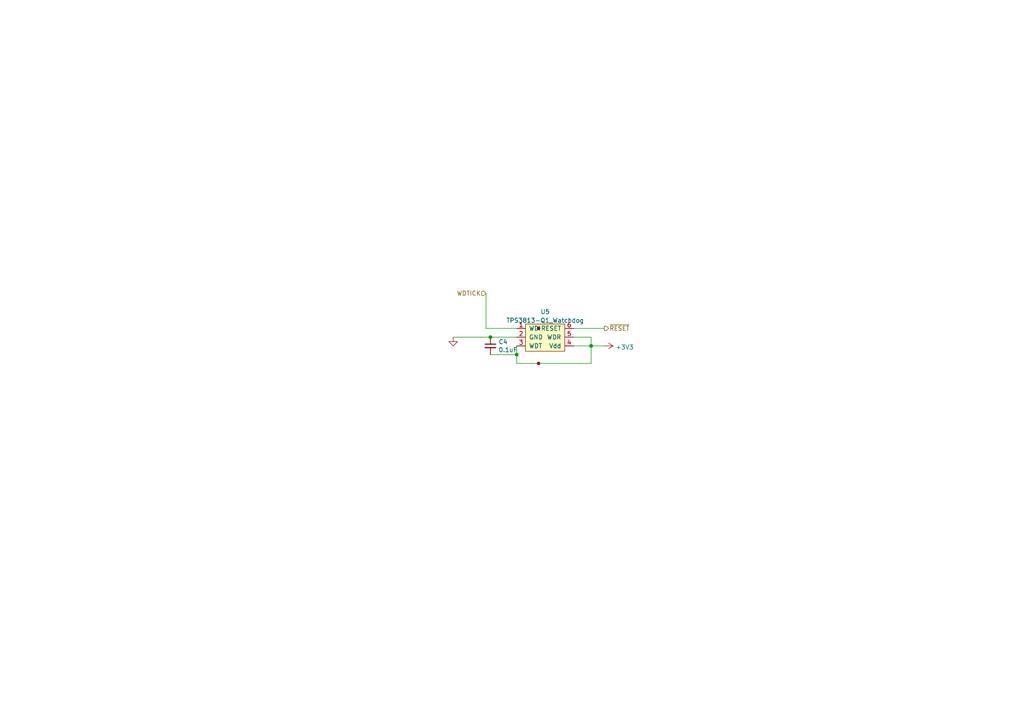
<source format=kicad_sch>
(kicad_sch (version 20211123) (generator eeschema)
  (paper "A4")
  (title_block (title "Avionics Board") (rev "A") (company "SilverSat Limited"))
  (lib_symbols
    (symbol "Device:C_Small" (pin_numbers hide) (pin_names (offset 0.254) hide)
      (property "Reference" "C" (at 0.254 1.778 0))
      (property "Value" "C_Small" (at 0.254 -2.032 0))
      (symbol "C_Small_0_1"
        (polyline (pts (xy -1.524 -0.508) (xy 1.524 -0.508)) (stroke (width 0.3302)))
        (polyline (pts (xy -1.524 0.508) (xy 1.524 0.508)) (stroke (width 0.3048)))
      )
      (symbol "C_Small_1_1"
        (pin passive line (at 0 2.54 270) (length 2.032) (name "~") (number "1"))
        (pin passive line (at 0 -2.54 90) (length 2.032) (name "~") (number "2"))
      )
    )
    (symbol "SilverSat_symbols:TPS3813-Q1_Watchdog" (pin_names (offset 1.016))
      (property "Reference" "U" (at 0 7.62 0))
      (property "Value" "TPS3813-Q1_Watchdog" (at 0 10.16 0))
      (symbol "TPS3813-Q1_Watchdog_0_1"
        (rectangle (start -3.81 -5.08) (end -3.81 -5.08) (stroke (width 0.9906)))
        (circle (center -3.81 5.08) (radius 0.0001) (stroke (width 0.508)))
        (rectangle (start 3.81 6.35) (end -7.62 -1.524) (fill (type background)))
      )
      (symbol "TPS3813-Q1_Watchdog_1_1"
        (pin input line (at -10.16 5.08 0) (length 2.54) (name "WDI") (number "1"))
        (pin input line (at -10.16 2.54 0) (length 2.54) (name "GND") (number "2"))
        (pin input line (at -10.16 0 0) (length 2.54) (name "WDT") (number "3"))
        (pin input line (at 6.35 0 180) (length 2.54) (name "Vdd") (number "4"))
        (pin input line (at 6.35 2.54 180) (length 2.54) (name "WDR") (number "5"))
        (pin output line (at 6.35 5.08 180) (length 2.54) (name "RESET") (number "6"))
      )
    )
    (symbol "power:+3.3V" (power) (pin_names (offset 0))
      (property "Value" "+3.3V" (at 0 3.556 0))
      (symbol "+3.3V_0_1"
        (polyline (pts (xy -0.762 1.27) (xy 0 2.54)))
        (polyline (pts (xy 0 0) (xy 0 2.54)))
        (polyline (pts (xy 0 2.54) (xy 0.762 1.27)))
      )
      (symbol "+3.3V_1_1"
        (pin power_in line (at 0 0 90) (length 0) hide (name "+3V3") (number "1"))
      )
    )
    (symbol "power:GND" (power) (pin_names (offset 0))
      (property "Value" "GND" (at 0 -3.81 0))
      (symbol "GND_0_1"
        (polyline (pts (xy 0 0) (xy 0 -1.27) (xy 1.27 -1.27) (xy 0 -2.54) (xy -1.27 -1.27) (xy 0 -1.27)))
      )
      (symbol "GND_1_1"
        (pin power_in line (at 0 0 270) (length 0) hide (name "GND") (number "1"))
      )
    )
  )
  (junction (at 142.24 97.79))
  (junction (at 149.86 102.87))
  (junction (at 171.45 100.33))
  (wire (pts (xy 142.24 102.87) (xy 149.86 102.87)))
  (wire (pts (xy 142.24 97.79) (xy 149.86 97.79)))
  (wire (pts (xy 131.445 97.79) (xy 142.24 97.79)))
  (wire (pts (xy 171.45 105.41) (xy 171.45 100.33)))
  (wire (pts (xy 175.26 95.25) (xy 166.37 95.25)))
  (wire (pts (xy 166.37 100.33) (xy 171.45 100.33)))
  (wire (pts (xy 171.45 100.33) (xy 175.26 100.33)))
  (wire (pts (xy 166.37 97.79) (xy 171.45 97.79)))
  (wire (pts (xy 171.45 97.79) (xy 171.45 100.33)))
  (wire (pts (xy 140.97 95.25) (xy 140.97 85.09)))
  (wire (pts (xy 149.86 95.25) (xy 140.97 95.25)))
  (wire (pts (xy 149.86 102.87) (xy 149.86 105.41)))
  (wire (pts (xy 149.86 100.33) (xy 149.86 102.87)))
  (wire (pts (xy 149.86 105.41) (xy 171.45 105.41)))
  (hierarchical_label "WDTICK" (shape input) (at 140.97 85.09 180))
  (hierarchical_label "~{RESET}" (shape output) (at 175.26 95.25 0))
  (symbol (lib_id "power:GND") (at 131.445 97.79 0) (unit 1)
    (property "Reference" "#PWR0109" (effects hide))
  )
  (symbol (lib_id "power:+3.3V") (at 175.26 100.33 270) (unit 1)
    (property "Reference" "#PWR0110" (effects hide))
    (property "Value" "+3.3V" (at 178.5112 100.711 90) (effects (justify left)))
  )
  (symbol (lib_id "Device:C_Small") (at 142.24 100.33 0) (unit 1)
    (property "Reference" "C4" (at 144.5768 99.1616 0) (effects (justify left)))
    (property "Value" "0.1uF" (at 144.5768 101.473 0) (effects (justify left)))
  )
  (symbol (lib_id "SilverSat_symbols:TPS3813-Q1_Watchdog") (at 160.02 100.33 0) (unit 1)
    (property "Reference" "U5" (at 158.115 90.4072 0))
    (property "Value" "TPS3813-Q1_Watchdog" (at 158.115 92.9441 0))
  )
)
</source>
